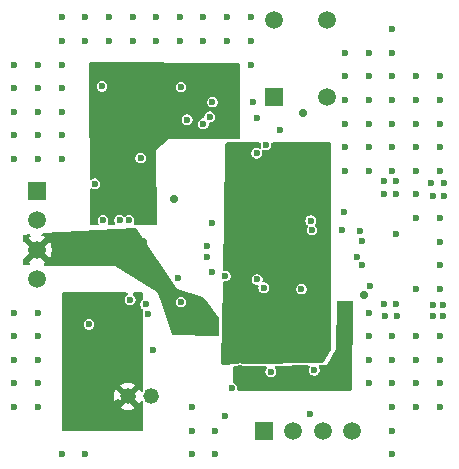
<source format=gbr>
%TF.GenerationSoftware,KiCad,Pcbnew,9.0.1*%
%TF.CreationDate,2025-04-28T02:05:13+08:00*%
%TF.ProjectId,Flight_Control,466c6967-6874-45f4-936f-6e74726f6c2e,rev?*%
%TF.SameCoordinates,Original*%
%TF.FileFunction,Copper,L3,Inr*%
%TF.FilePolarity,Positive*%
%FSLAX46Y46*%
G04 Gerber Fmt 4.6, Leading zero omitted, Abs format (unit mm)*
G04 Created by KiCad (PCBNEW 9.0.1) date 2025-04-28 02:05:13*
%MOMM*%
%LPD*%
G01*
G04 APERTURE LIST*
%TA.AperFunction,ComponentPad*%
%ADD10C,1.320800*%
%TD*%
%TA.AperFunction,ComponentPad*%
%ADD11R,1.498600X1.498600*%
%TD*%
%TA.AperFunction,ComponentPad*%
%ADD12C,1.498600*%
%TD*%
%TA.AperFunction,ComponentPad*%
%ADD13R,1.508000X1.508000*%
%TD*%
%TA.AperFunction,ComponentPad*%
%ADD14C,1.508000*%
%TD*%
%TA.AperFunction,ViaPad*%
%ADD15C,0.800000*%
%TD*%
%TA.AperFunction,ViaPad*%
%ADD16C,0.600000*%
%TD*%
%TA.AperFunction,ViaPad*%
%ADD17C,0.700000*%
%TD*%
G04 APERTURE END LIST*
D10*
%TO.N,GND*%
%TO.C,J3*%
X147600001Y-128100000D03*
%TO.N,+7.4V*%
X145600000Y-128100000D03*
%TD*%
D11*
%TO.N,+3.3V MCU*%
%TO.C,SW1*%
X157960599Y-102750001D03*
D12*
%TO.N,unconnected-(SW1-Pad2)*%
X157960599Y-96250000D03*
%TO.N,BOOT*%
X162460600Y-102750001D03*
%TO.N,Net-(C23-Pad1)*%
X162460600Y-96250000D03*
%TD*%
D13*
%TO.N,TX_Rad*%
%TO.C,J1*%
X137900000Y-110700000D03*
D14*
%TO.N,RX_Rad*%
X137900000Y-113200000D03*
%TO.N,+5V*%
X137900000Y-115700000D03*
%TO.N,GND*%
X137900000Y-118200000D03*
%TD*%
D13*
%TO.N,M1*%
%TO.C,J4*%
X157100000Y-131000000D03*
D14*
%TO.N,M2*%
X159600000Y-131000000D03*
%TO.N,M3*%
X162100000Y-131000000D03*
%TO.N,M4*%
X164600000Y-131000000D03*
%TD*%
D15*
%TO.N,+7.4V*%
X141979999Y-121100001D03*
D16*
%TO.N,GND*%
X152309785Y-116304309D03*
X171400000Y-121300000D03*
X172300000Y-121300000D03*
X172300000Y-120400000D03*
X171400000Y-120400000D03*
X167400000Y-121300000D03*
X168400000Y-121300000D03*
X168300000Y-120300000D03*
X167300000Y-120300000D03*
X171400000Y-111100000D03*
X172400000Y-111100000D03*
X172400000Y-110000000D03*
X171300000Y-110000000D03*
X168300000Y-111000000D03*
X167300000Y-111000000D03*
X168300000Y-109900000D03*
X167300000Y-109900000D03*
X153000000Y-131000000D03*
X151000000Y-129000000D03*
X151000000Y-131000000D03*
X156000000Y-100000000D03*
X156000000Y-98000000D03*
X156000000Y-96000000D03*
X154000000Y-98000000D03*
X154000000Y-96000000D03*
X152000000Y-96000000D03*
X152000000Y-98000000D03*
X150000000Y-98000000D03*
X150000000Y-96000000D03*
X148000000Y-96000000D03*
X148000000Y-98000000D03*
X146000000Y-98000000D03*
X146000000Y-96000000D03*
X144000000Y-96000000D03*
X144000000Y-98000000D03*
X142000000Y-98000000D03*
X142000000Y-96000000D03*
X140000000Y-96000000D03*
X140000000Y-98000000D03*
X136000000Y-100000000D03*
X138000000Y-100000000D03*
X140000000Y-100000000D03*
X140000000Y-102000000D03*
X138000000Y-102000000D03*
X136000000Y-102000000D03*
X136000000Y-104000000D03*
X138000000Y-104000000D03*
X140000000Y-104000000D03*
X140000000Y-106000000D03*
X140000000Y-108000000D03*
X138000000Y-108000000D03*
X138000000Y-106000000D03*
X136000000Y-106000000D03*
X136000000Y-108000000D03*
X138000000Y-121000000D03*
X136000000Y-121000000D03*
X136000000Y-123000000D03*
X138000000Y-123000000D03*
X138000000Y-125000000D03*
X136000000Y-125000000D03*
X136000000Y-127000000D03*
X138000000Y-127000000D03*
X138000000Y-129000000D03*
X136000000Y-129000000D03*
X168000000Y-97000000D03*
X168000000Y-99000000D03*
X166000000Y-99000000D03*
X164000000Y-99000000D03*
X164000000Y-101000000D03*
X166000000Y-101000000D03*
X168000000Y-101000000D03*
X170000000Y-101000000D03*
X172000000Y-101000000D03*
X172000000Y-103000000D03*
X170000000Y-103000000D03*
X168000000Y-103000000D03*
X166000000Y-103000000D03*
X164000000Y-103000000D03*
X164000000Y-105000000D03*
X166000000Y-105000000D03*
X168000000Y-105000000D03*
X170000000Y-105000000D03*
X172000000Y-105000000D03*
X172000000Y-107000000D03*
X170000000Y-107000000D03*
X168000000Y-107000000D03*
X166000000Y-107000000D03*
X164000000Y-107000000D03*
X164000000Y-109000000D03*
X166000000Y-109000000D03*
X168000000Y-109000000D03*
X172000000Y-109000000D03*
X170000000Y-109000000D03*
X170000000Y-111000000D03*
X170000000Y-113000000D03*
X172000000Y-113000000D03*
X172000000Y-117000000D03*
X172000000Y-115000000D03*
X170000000Y-119000000D03*
X172000000Y-119000000D03*
X166000000Y-121000000D03*
X166000000Y-123000000D03*
X168000000Y-123000000D03*
X170000000Y-123000000D03*
X172000000Y-123000000D03*
X172000000Y-125000000D03*
X170000000Y-125000000D03*
X168000000Y-125000000D03*
X166000000Y-125000000D03*
X166000000Y-127000000D03*
X168000000Y-127000000D03*
X170000000Y-127000000D03*
X172000000Y-127000000D03*
X172000000Y-129000000D03*
X170000000Y-129000000D03*
X168000000Y-129000000D03*
X168000000Y-131000000D03*
X168000000Y-133000000D03*
X153000000Y-133000000D03*
X151000000Y-133000000D03*
X142000000Y-133000000D03*
X140000000Y-133000000D03*
X157700000Y-126000000D03*
X166115762Y-118750000D03*
%TO.N,D-*%
X165000000Y-116300000D03*
%TO.N,GND*%
X150625735Y-104674265D03*
D17*
%TO.N,+3.3V MCU*%
X161440000Y-124900000D03*
D16*
%TO.N,GND*%
X161380000Y-125900000D03*
%TO.N,M2*%
X149818506Y-118048954D03*
%TO.N,M3*%
X153850000Y-117901472D03*
X156550000Y-118200000D03*
X160300000Y-119000000D03*
X161000000Y-129600000D03*
%TO.N,INTB*%
X157100000Y-118900000D03*
%TO.N,M1*%
X152700000Y-117600000D03*
X153800000Y-129800000D03*
D17*
%TO.N,+5V*%
X152000000Y-120600000D03*
D16*
%TO.N,+3.3V MCU A*%
X152701000Y-113400000D03*
%TO.N,GND*%
X168337502Y-114350000D03*
D17*
%TO.N,+3.3V P*%
X147400000Y-112990000D03*
%TO.N,+5V MCU*%
X155085880Y-125794880D03*
D16*
%TO.N,Net-(D1-K)*%
X147300000Y-121124266D03*
X145800000Y-119901397D03*
%TO.N,Net-(U5-PWRGD)*%
X147100000Y-120300000D03*
X150100000Y-120100000D03*
%TO.N,Net-(R5-Pad2)*%
X147700000Y-124200000D03*
%TO.N,Net-(U5-EN)*%
X142300000Y-122000000D03*
%TO.N,INTB*%
X156200000Y-103200000D03*
%TO.N,CSB*%
X156500000Y-104500000D03*
X158457353Y-105557353D03*
%TO.N,SCK*%
X152764816Y-103159545D03*
X157300000Y-106800000D03*
%TO.N,SDO*%
X156507353Y-107507353D03*
X151993711Y-105020244D03*
X143417299Y-101847598D03*
%TO.N,SDI*%
X152530541Y-104427102D03*
X150100000Y-101900000D03*
D17*
%TO.N,+3.3V P*%
X145772101Y-103702402D03*
X144500000Y-102822298D03*
D16*
%TO.N,GND*%
X142805309Y-110100000D03*
X146690000Y-107910000D03*
X145700000Y-113200000D03*
X144900000Y-113200000D03*
D17*
%TO.N,+3.3V MCU*%
X149500000Y-111350000D03*
X154100000Y-111800000D03*
X155373468Y-106873468D03*
X155373468Y-106873468D03*
X160400000Y-104100000D03*
D16*
%TO.N,INT_IMU*%
X152300000Y-115400000D03*
D17*
%TO.N,+3.3V P*%
X145400000Y-109820000D03*
D16*
%TO.N,TX_Rad*%
X161068480Y-113210883D03*
%TO.N,RX_Rad*%
X161200000Y-114000000D03*
X143500000Y-113200000D03*
D17*
%TO.N,+5V*%
X142700000Y-115700000D03*
X146900000Y-115000000D03*
D16*
%TO.N,ADC_BAT*%
X154400000Y-127400000D03*
D17*
%TO.N,+3.3V MCU*%
X159642908Y-124376678D03*
%TO.N,+5V MCU*%
X161800000Y-127000000D03*
%TO.N,+3.3V MCU*%
X155160000Y-124300000D03*
X153950051Y-121535213D03*
D15*
%TO.N,+7.4V*%
X144800000Y-128700000D03*
X141200000Y-128300000D03*
D17*
%TO.N,+3.3V P*%
X146000000Y-106500000D03*
X151717940Y-102702875D03*
X150900000Y-102800000D03*
X152200000Y-100900000D03*
D16*
%TO.N,D+*%
X165462265Y-114913735D03*
D17*
%TO.N,V_USB*%
X165600000Y-119500000D03*
D16*
%TO.N,USB_DM*%
X163700000Y-114000000D03*
%TO.N,USB_DP*%
X163900000Y-112500000D03*
%TO.N,Net-(J2-CC2)*%
X165236722Y-114080006D03*
%TO.N,Net-(J2-CC1)*%
X165400000Y-117000000D03*
%TD*%
%TA.AperFunction,Conductor*%
%TO.N,+7.4V*%
G36*
X145544916Y-119319685D02*
G01*
X145590671Y-119372489D01*
X145600615Y-119441647D01*
X145571590Y-119505203D01*
X145539879Y-119531386D01*
X145523390Y-119540906D01*
X145523384Y-119540910D01*
X145439513Y-119624781D01*
X145439511Y-119624784D01*
X145380201Y-119727511D01*
X145349500Y-119842088D01*
X145349500Y-119960706D01*
X145380201Y-120075283D01*
X145439511Y-120178010D01*
X145523387Y-120261886D01*
X145626114Y-120321196D01*
X145740691Y-120351897D01*
X145740694Y-120351897D01*
X145859306Y-120351897D01*
X145859309Y-120351897D01*
X145973886Y-120321196D01*
X146076613Y-120261886D01*
X146160489Y-120178010D01*
X146219799Y-120075283D01*
X146250500Y-119960706D01*
X146250500Y-119842088D01*
X146219799Y-119727511D01*
X146160489Y-119624784D01*
X146076613Y-119540908D01*
X146060121Y-119531386D01*
X146011906Y-119480818D01*
X145998685Y-119412211D01*
X146024654Y-119347347D01*
X146081569Y-119306819D01*
X146122123Y-119300000D01*
X146776000Y-119300000D01*
X146843039Y-119319685D01*
X146888794Y-119372489D01*
X146900000Y-119424000D01*
X146900000Y-119823687D01*
X146880315Y-119890726D01*
X146838002Y-119931072D01*
X146823387Y-119939511D01*
X146823384Y-119939513D01*
X146739513Y-120023384D01*
X146739511Y-120023387D01*
X146709549Y-120075283D01*
X146680201Y-120126114D01*
X146649500Y-120240691D01*
X146649500Y-120359309D01*
X146680201Y-120473886D01*
X146739511Y-120576613D01*
X146823387Y-120660489D01*
X146837997Y-120668924D01*
X146846280Y-120677610D01*
X146857203Y-120682599D01*
X146869947Y-120702429D01*
X146886213Y-120719487D01*
X146889429Y-120732745D01*
X146894977Y-120741377D01*
X146900000Y-120776312D01*
X146900000Y-120882861D01*
X146883389Y-120944857D01*
X146880201Y-120950380D01*
X146849500Y-121064957D01*
X146849500Y-121183575D01*
X146880201Y-121298152D01*
X146883386Y-121303669D01*
X146900000Y-121365669D01*
X146900000Y-127578894D01*
X146880315Y-127645933D01*
X146827511Y-127691688D01*
X146758353Y-127701632D01*
X146694797Y-127672607D01*
X146665515Y-127635189D01*
X146592462Y-127491817D01*
X146579531Y-127474020D01*
X146579531Y-127474019D01*
X146006400Y-128047151D01*
X146006400Y-128046496D01*
X145978705Y-127943135D01*
X145925201Y-127850464D01*
X145849536Y-127774799D01*
X145756865Y-127721295D01*
X145653504Y-127693600D01*
X145652847Y-127693600D01*
X146225978Y-127120467D01*
X146208178Y-127107535D01*
X146045443Y-127024616D01*
X145871728Y-126968172D01*
X145691330Y-126939600D01*
X145508670Y-126939600D01*
X145328271Y-126968172D01*
X145154556Y-127024616D01*
X144991813Y-127107539D01*
X144991808Y-127107543D01*
X144974020Y-127120465D01*
X144974020Y-127120468D01*
X145547154Y-127693600D01*
X145546496Y-127693600D01*
X145443135Y-127721295D01*
X145350464Y-127774799D01*
X145274799Y-127850464D01*
X145221295Y-127943135D01*
X145193600Y-128046496D01*
X145193600Y-128047152D01*
X144620468Y-127474020D01*
X144620465Y-127474020D01*
X144607543Y-127491808D01*
X144607539Y-127491813D01*
X144524616Y-127654556D01*
X144468172Y-127828271D01*
X144439600Y-128008669D01*
X144439600Y-128191330D01*
X144468172Y-128371728D01*
X144524616Y-128545443D01*
X144607535Y-128708178D01*
X144620467Y-128725978D01*
X145193600Y-128152845D01*
X145193600Y-128153504D01*
X145221295Y-128256865D01*
X145274799Y-128349536D01*
X145350464Y-128425201D01*
X145443135Y-128478705D01*
X145546496Y-128506400D01*
X145547153Y-128506400D01*
X144974019Y-129079531D01*
X144991817Y-129092462D01*
X145154556Y-129175383D01*
X145328271Y-129231827D01*
X145508670Y-129260400D01*
X145691330Y-129260400D01*
X145871728Y-129231827D01*
X146045443Y-129175383D01*
X146208178Y-129092465D01*
X146225979Y-129079531D01*
X145652848Y-128506400D01*
X145653504Y-128506400D01*
X145756865Y-128478705D01*
X145849536Y-128425201D01*
X145925201Y-128349536D01*
X145978705Y-128256865D01*
X146006400Y-128153504D01*
X146006400Y-128152847D01*
X146579531Y-128725978D01*
X146592465Y-128708178D01*
X146665515Y-128564810D01*
X146713490Y-128514014D01*
X146781310Y-128497219D01*
X146847445Y-128519756D01*
X146890897Y-128574471D01*
X146900000Y-128621105D01*
X146900000Y-130876000D01*
X146880315Y-130943039D01*
X146827511Y-130988794D01*
X146776000Y-131000000D01*
X140124000Y-131000000D01*
X140056961Y-130980315D01*
X140011206Y-130927511D01*
X140000000Y-130876000D01*
X140000000Y-121940691D01*
X141849500Y-121940691D01*
X141849500Y-122059309D01*
X141880201Y-122173886D01*
X141939511Y-122276613D01*
X142023387Y-122360489D01*
X142126114Y-122419799D01*
X142240691Y-122450500D01*
X142240694Y-122450500D01*
X142359306Y-122450500D01*
X142359309Y-122450500D01*
X142473886Y-122419799D01*
X142576613Y-122360489D01*
X142660489Y-122276613D01*
X142719799Y-122173886D01*
X142750500Y-122059309D01*
X142750500Y-121940691D01*
X142719799Y-121826114D01*
X142660489Y-121723387D01*
X142576613Y-121639511D01*
X142473886Y-121580201D01*
X142359309Y-121549500D01*
X142240691Y-121549500D01*
X142126114Y-121580201D01*
X142126112Y-121580201D01*
X142126112Y-121580202D01*
X142023387Y-121639511D01*
X142023384Y-121639513D01*
X141939513Y-121723384D01*
X141939511Y-121723387D01*
X141880201Y-121826114D01*
X141849500Y-121940691D01*
X140000000Y-121940691D01*
X140000000Y-119424000D01*
X140019685Y-119356961D01*
X140072489Y-119311206D01*
X140124000Y-119300000D01*
X145477877Y-119300000D01*
X145544916Y-119319685D01*
G37*
%TD.AperFunction*%
%TD*%
%TA.AperFunction,Conductor*%
%TO.N,+5V*%
G36*
X146269093Y-113815358D02*
G01*
X146311630Y-113854452D01*
X149794297Y-119028699D01*
X151960037Y-119687837D01*
X152018441Y-119726188D01*
X152024457Y-119733864D01*
X152089113Y-119823387D01*
X153276524Y-121467495D01*
X153299817Y-121533367D01*
X153300000Y-121540095D01*
X153300000Y-122872780D01*
X153280315Y-122939819D01*
X153227511Y-122985574D01*
X153172822Y-122996739D01*
X149484680Y-122902171D01*
X149418167Y-122880775D01*
X149373780Y-122826815D01*
X149371235Y-122820345D01*
X148367472Y-120040691D01*
X149649500Y-120040691D01*
X149649500Y-120159309D01*
X149680201Y-120273886D01*
X149739511Y-120376613D01*
X149823387Y-120460489D01*
X149926114Y-120519799D01*
X150040691Y-120550500D01*
X150040694Y-120550500D01*
X150159306Y-120550500D01*
X150159309Y-120550500D01*
X150273886Y-120519799D01*
X150376613Y-120460489D01*
X150460489Y-120376613D01*
X150519799Y-120273886D01*
X150550500Y-120159309D01*
X150550500Y-120040691D01*
X150519799Y-119926114D01*
X150460489Y-119823387D01*
X150376613Y-119739511D01*
X150273886Y-119680201D01*
X150159309Y-119649500D01*
X150040691Y-119649500D01*
X149926114Y-119680201D01*
X149926112Y-119680201D01*
X149926112Y-119680202D01*
X149823387Y-119739511D01*
X149823384Y-119739513D01*
X149739513Y-119823384D01*
X149739511Y-119823387D01*
X149724435Y-119849500D01*
X149680201Y-119926114D01*
X149649500Y-120040691D01*
X148367472Y-120040691D01*
X148100000Y-119300000D01*
X144500000Y-117100000D01*
X144499999Y-117099999D01*
X144499998Y-117099999D01*
X138578403Y-117024082D01*
X138511622Y-117003539D01*
X138466548Y-116950153D01*
X138457491Y-116880873D01*
X138487329Y-116817695D01*
X138523699Y-116789607D01*
X138557237Y-116772518D01*
X138557240Y-116772516D01*
X138592988Y-116746543D01*
X138592988Y-116746541D01*
X138029410Y-116182962D01*
X138092993Y-116165925D01*
X138207007Y-116100099D01*
X138300099Y-116007007D01*
X138365925Y-115892993D01*
X138382962Y-115829409D01*
X138946541Y-116392988D01*
X138946543Y-116392988D01*
X138972516Y-116357241D01*
X139062126Y-116181373D01*
X139123123Y-115993646D01*
X139154000Y-115798697D01*
X139154000Y-115601302D01*
X139123123Y-115406353D01*
X139062126Y-115218626D01*
X138972520Y-115042768D01*
X138972512Y-115042755D01*
X138946542Y-115007010D01*
X138946541Y-115007009D01*
X138382962Y-115570589D01*
X138365925Y-115507007D01*
X138300099Y-115392993D01*
X138207007Y-115299901D01*
X138092993Y-115234075D01*
X138029409Y-115217037D01*
X138592989Y-114653457D01*
X138557239Y-114627483D01*
X138381370Y-114537872D01*
X138370268Y-114534265D01*
X138312594Y-114494827D01*
X138285397Y-114430467D01*
X138297313Y-114361621D01*
X138344558Y-114310146D01*
X138400770Y-114292582D01*
X146200948Y-113799939D01*
X146269093Y-113815358D01*
G37*
%TD.AperFunction*%
%TA.AperFunction,Conductor*%
G36*
X137434075Y-115892993D02*
G01*
X137499901Y-116007007D01*
X137592993Y-116100099D01*
X137707007Y-116165925D01*
X137770590Y-116182962D01*
X137207009Y-116746541D01*
X137207010Y-116746542D01*
X137242755Y-116772512D01*
X137246923Y-116775067D01*
X137246123Y-116776371D01*
X137291995Y-116819696D01*
X137308790Y-116887518D01*
X137286252Y-116953652D01*
X137231537Y-116997103D01*
X137183314Y-117006196D01*
X136822410Y-117001569D01*
X136755629Y-116981026D01*
X136710555Y-116927640D01*
X136700000Y-116877579D01*
X136700000Y-116515054D01*
X136719685Y-116448015D01*
X136772489Y-116402260D01*
X136833729Y-116391436D01*
X136853458Y-116392988D01*
X137417037Y-115829409D01*
X137434075Y-115892993D01*
G37*
%TD.AperFunction*%
%TA.AperFunction,Conductor*%
G36*
X137299389Y-114381866D02*
G01*
X137348381Y-114431681D01*
X137362664Y-114500075D01*
X137337703Y-114565334D01*
X137295355Y-114600684D01*
X137242762Y-114627482D01*
X137242760Y-114627483D01*
X137207010Y-114653456D01*
X137207010Y-114653457D01*
X137770591Y-115217037D01*
X137707007Y-115234075D01*
X137592993Y-115299901D01*
X137499901Y-115392993D01*
X137434075Y-115507007D01*
X137417037Y-115570590D01*
X136853457Y-115007010D01*
X136833729Y-115008563D01*
X136765352Y-114994199D01*
X136715595Y-114945148D01*
X136700000Y-114884945D01*
X136700000Y-114516415D01*
X136719685Y-114449376D01*
X136772489Y-114403621D01*
X136816183Y-114392662D01*
X137231244Y-114366447D01*
X137299389Y-114381866D01*
G37*
%TD.AperFunction*%
%TD*%
%TA.AperFunction,Conductor*%
%TO.N,+5V MCU*%
G36*
X164629960Y-120019685D02*
G01*
X164675715Y-120072489D01*
X164686913Y-120125442D01*
X164601425Y-127477442D01*
X164580962Y-127544248D01*
X164527630Y-127589386D01*
X164477433Y-127600000D01*
X154973372Y-127600000D01*
X154906333Y-127580315D01*
X154860578Y-127527511D01*
X154851577Y-127467436D01*
X154850500Y-127467436D01*
X154850500Y-127460247D01*
X154850434Y-127459807D01*
X154850498Y-127459312D01*
X154850500Y-127459309D01*
X154850500Y-127340691D01*
X154819799Y-127226114D01*
X154760489Y-127123387D01*
X154676613Y-127039511D01*
X154573886Y-126980201D01*
X154573885Y-126980200D01*
X154566847Y-126976137D01*
X154567891Y-126974327D01*
X154522145Y-126937464D01*
X154500079Y-126871170D01*
X154500000Y-126866742D01*
X154500000Y-125666447D01*
X154519685Y-125599408D01*
X154572489Y-125553653D01*
X154622553Y-125542455D01*
X154764268Y-125540808D01*
X154764274Y-125540807D01*
X154764279Y-125540807D01*
X154803566Y-125535286D01*
X154803568Y-125535285D01*
X154803579Y-125535284D01*
X154864136Y-125518680D01*
X154900766Y-125503382D01*
X154938572Y-125481554D01*
X154968477Y-125469167D01*
X155024692Y-125454104D01*
X155056784Y-125449880D01*
X155114974Y-125449880D01*
X155147062Y-125454103D01*
X155203283Y-125469167D01*
X155233182Y-125481552D01*
X155258164Y-125495976D01*
X155296542Y-125511742D01*
X155359983Y-125528346D01*
X155401163Y-125533402D01*
X157250201Y-125511901D01*
X157317464Y-125530805D01*
X157363830Y-125583074D01*
X157374577Y-125652112D01*
X157346293Y-125716001D01*
X157339591Y-125723282D01*
X157339511Y-125723387D01*
X157280201Y-125826114D01*
X157249500Y-125940691D01*
X157249500Y-126059309D01*
X157280201Y-126173886D01*
X157339511Y-126276613D01*
X157423387Y-126360489D01*
X157526114Y-126419799D01*
X157640691Y-126450500D01*
X157640694Y-126450500D01*
X157759306Y-126450500D01*
X157759309Y-126450500D01*
X157873886Y-126419799D01*
X157976613Y-126360489D01*
X158060489Y-126276613D01*
X158119799Y-126173886D01*
X158150500Y-126059309D01*
X158150500Y-125940691D01*
X158119799Y-125826114D01*
X158060489Y-125723387D01*
X158050369Y-125713267D01*
X158016884Y-125651944D01*
X158021868Y-125582252D01*
X158063740Y-125526319D01*
X158129204Y-125501902D01*
X158136590Y-125501594D01*
X160892116Y-125469553D01*
X160959378Y-125488457D01*
X161005744Y-125540726D01*
X161016491Y-125609764D01*
X161000943Y-125655545D01*
X160960202Y-125726109D01*
X160960201Y-125726114D01*
X160929500Y-125840691D01*
X160929500Y-125959309D01*
X160960201Y-126073886D01*
X161019511Y-126176613D01*
X161103387Y-126260489D01*
X161206114Y-126319799D01*
X161320691Y-126350500D01*
X161320694Y-126350500D01*
X161439306Y-126350500D01*
X161439309Y-126350500D01*
X161553886Y-126319799D01*
X161656613Y-126260489D01*
X161740489Y-126176613D01*
X161799799Y-126073886D01*
X161830500Y-125959309D01*
X161830500Y-125840691D01*
X161799799Y-125726114D01*
X161752567Y-125644307D01*
X161736095Y-125576409D01*
X161758947Y-125510382D01*
X161813868Y-125467191D01*
X161858510Y-125458316D01*
X162031546Y-125456305D01*
X162066939Y-125451800D01*
X162121823Y-125438277D01*
X162164239Y-125415140D01*
X162223617Y-125400000D01*
X162420001Y-125400000D01*
X162420000Y-125399999D01*
X163200000Y-124100000D01*
X163278009Y-120121568D01*
X163299004Y-120054928D01*
X163352695Y-120010217D01*
X163401985Y-120000000D01*
X164562921Y-120000000D01*
X164629960Y-120019685D01*
G37*
%TD.AperFunction*%
%TD*%
%TA.AperFunction,Conductor*%
%TO.N,+3.3V P*%
G36*
X154976971Y-99899038D02*
G01*
X155043852Y-99919245D01*
X155089193Y-99972405D01*
X155100000Y-100023034D01*
X155100000Y-106176000D01*
X155080315Y-106243039D01*
X155027511Y-106288794D01*
X154976000Y-106300000D01*
X149099999Y-106300000D01*
X147999999Y-107200000D01*
X148098032Y-113474063D01*
X148079397Y-113541402D01*
X148027314Y-113587976D01*
X147974047Y-113600000D01*
X146204026Y-113600000D01*
X146136987Y-113580315D01*
X146091232Y-113527511D01*
X146081288Y-113458353D01*
X146096640Y-113413999D01*
X146119796Y-113373891D01*
X146119797Y-113373890D01*
X146119797Y-113373888D01*
X146119799Y-113373886D01*
X146150500Y-113259309D01*
X146150500Y-113140691D01*
X146119799Y-113026114D01*
X146060489Y-112923387D01*
X145976613Y-112839511D01*
X145873886Y-112780201D01*
X145759309Y-112749500D01*
X145640691Y-112749500D01*
X145526114Y-112780201D01*
X145526112Y-112780201D01*
X145526112Y-112780202D01*
X145423387Y-112839511D01*
X145423384Y-112839513D01*
X145387681Y-112875217D01*
X145326358Y-112908702D01*
X145256666Y-112903718D01*
X145212319Y-112875217D01*
X145176615Y-112839513D01*
X145176613Y-112839511D01*
X145073886Y-112780201D01*
X144959309Y-112749500D01*
X144840691Y-112749500D01*
X144726114Y-112780201D01*
X144726112Y-112780201D01*
X144726112Y-112780202D01*
X144623387Y-112839511D01*
X144623384Y-112839513D01*
X144539513Y-112923384D01*
X144539511Y-112923387D01*
X144524435Y-112949500D01*
X144480201Y-113026114D01*
X144449500Y-113140691D01*
X144449500Y-113259309D01*
X144477684Y-113364494D01*
X144480202Y-113373890D01*
X144480203Y-113373891D01*
X144503360Y-113413999D01*
X144519834Y-113481899D01*
X144496982Y-113547926D01*
X144442062Y-113591117D01*
X144395974Y-113600000D01*
X144004026Y-113600000D01*
X143936987Y-113580315D01*
X143891232Y-113527511D01*
X143881288Y-113458353D01*
X143896640Y-113413999D01*
X143919796Y-113373891D01*
X143919797Y-113373890D01*
X143919797Y-113373888D01*
X143919799Y-113373886D01*
X143950500Y-113259309D01*
X143950500Y-113140691D01*
X143919799Y-113026114D01*
X143860489Y-112923387D01*
X143776613Y-112839511D01*
X143673886Y-112780201D01*
X143559309Y-112749500D01*
X143440691Y-112749500D01*
X143326114Y-112780201D01*
X143326112Y-112780201D01*
X143326112Y-112780202D01*
X143223387Y-112839511D01*
X143223384Y-112839513D01*
X143139513Y-112923384D01*
X143139511Y-112923387D01*
X143124435Y-112949500D01*
X143080201Y-113026114D01*
X143049500Y-113140691D01*
X143049500Y-113259309D01*
X143077684Y-113364494D01*
X143080202Y-113373890D01*
X143080203Y-113373891D01*
X143103360Y-113413999D01*
X143119834Y-113481899D01*
X143096982Y-113547926D01*
X143042062Y-113591117D01*
X142995974Y-113600000D01*
X142523105Y-113600000D01*
X142456066Y-113580315D01*
X142410311Y-113527511D01*
X142399108Y-113476899D01*
X142395097Y-112923384D01*
X142378183Y-110589257D01*
X142397380Y-110522080D01*
X142449852Y-110475944D01*
X142518936Y-110465499D01*
X142564180Y-110480976D01*
X142631417Y-110519796D01*
X142631418Y-110519797D01*
X142631420Y-110519797D01*
X142631423Y-110519799D01*
X142746000Y-110550500D01*
X142746003Y-110550500D01*
X142864615Y-110550500D01*
X142864618Y-110550500D01*
X142979195Y-110519799D01*
X143081922Y-110460489D01*
X143165798Y-110376613D01*
X143225108Y-110273886D01*
X143255809Y-110159309D01*
X143255809Y-110040691D01*
X143225108Y-109926114D01*
X143165798Y-109823387D01*
X143081922Y-109739511D01*
X142979195Y-109680201D01*
X142864618Y-109649500D01*
X142746000Y-109649500D01*
X142640814Y-109677684D01*
X142631419Y-109680202D01*
X142557131Y-109723093D01*
X142489231Y-109739566D01*
X142423204Y-109716713D01*
X142380013Y-109661792D01*
X142371134Y-109616609D01*
X142358338Y-107850691D01*
X146239500Y-107850691D01*
X146239500Y-107969309D01*
X146270201Y-108083886D01*
X146329511Y-108186613D01*
X146413387Y-108270489D01*
X146516114Y-108329799D01*
X146630691Y-108360500D01*
X146630694Y-108360500D01*
X146749306Y-108360500D01*
X146749309Y-108360500D01*
X146863886Y-108329799D01*
X146966613Y-108270489D01*
X147050489Y-108186613D01*
X147109799Y-108083886D01*
X147140500Y-107969309D01*
X147140500Y-107850691D01*
X147109799Y-107736114D01*
X147050489Y-107633387D01*
X146966613Y-107549511D01*
X146863886Y-107490201D01*
X146749309Y-107459500D01*
X146630691Y-107459500D01*
X146516114Y-107490201D01*
X146516112Y-107490201D01*
X146516112Y-107490202D01*
X146413387Y-107549511D01*
X146413384Y-107549513D01*
X146329513Y-107633384D01*
X146329511Y-107633387D01*
X146270201Y-107736114D01*
X146239500Y-107850691D01*
X142358338Y-107850691D01*
X142334891Y-104614956D01*
X150175235Y-104614956D01*
X150175235Y-104733574D01*
X150205936Y-104848151D01*
X150265246Y-104950878D01*
X150349122Y-105034754D01*
X150451849Y-105094064D01*
X150566426Y-105124765D01*
X150566429Y-105124765D01*
X150685041Y-105124765D01*
X150685044Y-105124765D01*
X150799621Y-105094064D01*
X150902348Y-105034754D01*
X150976167Y-104960935D01*
X151543211Y-104960935D01*
X151543211Y-105079553D01*
X151573912Y-105194130D01*
X151633222Y-105296857D01*
X151717098Y-105380733D01*
X151819825Y-105440043D01*
X151934402Y-105470744D01*
X151934405Y-105470744D01*
X152053017Y-105470744D01*
X152053020Y-105470744D01*
X152167597Y-105440043D01*
X152270324Y-105380733D01*
X152354200Y-105296857D01*
X152413510Y-105194130D01*
X152444211Y-105079553D01*
X152444211Y-105001602D01*
X152463896Y-104934563D01*
X152516700Y-104888808D01*
X152568211Y-104877602D01*
X152589847Y-104877602D01*
X152589850Y-104877602D01*
X152704427Y-104846901D01*
X152807154Y-104787591D01*
X152891030Y-104703715D01*
X152950340Y-104600988D01*
X152981041Y-104486411D01*
X152981041Y-104367793D01*
X152950340Y-104253216D01*
X152891030Y-104150489D01*
X152807154Y-104066613D01*
X152704427Y-104007303D01*
X152589850Y-103976602D01*
X152471232Y-103976602D01*
X152356655Y-104007303D01*
X152356653Y-104007303D01*
X152356653Y-104007304D01*
X152253928Y-104066613D01*
X152253925Y-104066615D01*
X152170054Y-104150486D01*
X152170052Y-104150489D01*
X152110742Y-104253216D01*
X152080041Y-104367793D01*
X152080041Y-104367795D01*
X152080041Y-104445744D01*
X152060356Y-104512783D01*
X152007552Y-104558538D01*
X151956041Y-104569744D01*
X151934402Y-104569744D01*
X151819825Y-104600445D01*
X151819823Y-104600445D01*
X151819823Y-104600446D01*
X151717098Y-104659755D01*
X151717095Y-104659757D01*
X151633224Y-104743628D01*
X151633222Y-104743631D01*
X151573912Y-104846358D01*
X151543211Y-104960935D01*
X150976167Y-104960935D01*
X150986224Y-104950878D01*
X151045534Y-104848151D01*
X151076235Y-104733574D01*
X151076235Y-104614956D01*
X151045534Y-104500379D01*
X150986224Y-104397652D01*
X150902348Y-104313776D01*
X150799621Y-104254466D01*
X150685044Y-104223765D01*
X150566426Y-104223765D01*
X150451849Y-104254466D01*
X150451847Y-104254466D01*
X150451847Y-104254467D01*
X150349122Y-104313776D01*
X150349119Y-104313778D01*
X150265248Y-104397649D01*
X150265246Y-104397652D01*
X150214001Y-104486411D01*
X150205936Y-104500379D01*
X150175235Y-104614956D01*
X142334891Y-104614956D01*
X142323915Y-103100236D01*
X152314316Y-103100236D01*
X152314316Y-103218854D01*
X152345017Y-103333431D01*
X152404327Y-103436158D01*
X152488203Y-103520034D01*
X152590930Y-103579344D01*
X152705507Y-103610045D01*
X152705510Y-103610045D01*
X152824122Y-103610045D01*
X152824125Y-103610045D01*
X152938702Y-103579344D01*
X153041429Y-103520034D01*
X153125305Y-103436158D01*
X153184615Y-103333431D01*
X153215316Y-103218854D01*
X153215316Y-103100236D01*
X153184615Y-102985659D01*
X153125305Y-102882932D01*
X153041429Y-102799056D01*
X152938702Y-102739746D01*
X152824125Y-102709045D01*
X152705507Y-102709045D01*
X152590930Y-102739746D01*
X152590928Y-102739746D01*
X152590928Y-102739747D01*
X152488203Y-102799056D01*
X152488200Y-102799058D01*
X152404329Y-102882929D01*
X152404327Y-102882932D01*
X152345017Y-102985659D01*
X152314316Y-103100236D01*
X142323915Y-103100236D01*
X142314408Y-101788289D01*
X142966799Y-101788289D01*
X142966799Y-101906907D01*
X142997500Y-102021484D01*
X143056810Y-102124211D01*
X143140686Y-102208087D01*
X143243413Y-102267397D01*
X143357990Y-102298098D01*
X143357993Y-102298098D01*
X143476605Y-102298098D01*
X143476608Y-102298098D01*
X143591185Y-102267397D01*
X143693912Y-102208087D01*
X143777788Y-102124211D01*
X143837098Y-102021484D01*
X143867799Y-101906907D01*
X143867799Y-101840691D01*
X149649500Y-101840691D01*
X149649500Y-101959309D01*
X149680201Y-102073886D01*
X149739511Y-102176613D01*
X149823387Y-102260489D01*
X149926114Y-102319799D01*
X150040691Y-102350500D01*
X150040694Y-102350500D01*
X150159306Y-102350500D01*
X150159309Y-102350500D01*
X150273886Y-102319799D01*
X150376613Y-102260489D01*
X150460489Y-102176613D01*
X150519799Y-102073886D01*
X150550500Y-101959309D01*
X150550500Y-101840691D01*
X150519799Y-101726114D01*
X150460489Y-101623387D01*
X150376613Y-101539511D01*
X150273886Y-101480201D01*
X150159309Y-101449500D01*
X150040691Y-101449500D01*
X149926114Y-101480201D01*
X149926112Y-101480201D01*
X149926112Y-101480202D01*
X149823387Y-101539511D01*
X149823384Y-101539513D01*
X149739513Y-101623384D01*
X149739511Y-101623387D01*
X149680201Y-101726114D01*
X149649500Y-101840691D01*
X143867799Y-101840691D01*
X143867799Y-101788289D01*
X143837098Y-101673712D01*
X143777788Y-101570985D01*
X143693912Y-101487109D01*
X143591185Y-101427799D01*
X143476608Y-101397098D01*
X143357990Y-101397098D01*
X143243413Y-101427799D01*
X143243411Y-101427799D01*
X143243411Y-101427800D01*
X143140686Y-101487109D01*
X143140683Y-101487111D01*
X143056812Y-101570982D01*
X143056810Y-101570985D01*
X142997500Y-101673712D01*
X142966799Y-101788289D01*
X142314408Y-101788289D01*
X142300912Y-99925877D01*
X142320111Y-99858697D01*
X142372582Y-99812561D01*
X142425876Y-99800983D01*
X154976971Y-99899038D01*
G37*
%TD.AperFunction*%
%TD*%
%TA.AperFunction,Conductor*%
%TO.N,+3.3V MCU*%
G36*
X156793667Y-106619685D02*
G01*
X156839422Y-106672489D01*
X156848423Y-106732564D01*
X156849500Y-106732564D01*
X156849500Y-106739752D01*
X156849566Y-106740193D01*
X156849500Y-106740694D01*
X156849500Y-106859308D01*
X156875164Y-106955088D01*
X156873501Y-107024938D01*
X156834338Y-107082800D01*
X156770110Y-107110304D01*
X156701208Y-107098717D01*
X156693390Y-107094569D01*
X156681241Y-107087555D01*
X156681240Y-107087554D01*
X156681239Y-107087554D01*
X156566662Y-107056853D01*
X156448044Y-107056853D01*
X156333467Y-107087554D01*
X156333465Y-107087554D01*
X156333465Y-107087555D01*
X156230740Y-107146864D01*
X156230737Y-107146866D01*
X156146866Y-107230737D01*
X156146864Y-107230740D01*
X156087554Y-107333467D01*
X156056853Y-107448044D01*
X156056853Y-107566662D01*
X156087554Y-107681239D01*
X156146864Y-107783966D01*
X156230740Y-107867842D01*
X156333467Y-107927152D01*
X156448044Y-107957853D01*
X156448047Y-107957853D01*
X156566659Y-107957853D01*
X156566662Y-107957853D01*
X156681239Y-107927152D01*
X156783966Y-107867842D01*
X156867842Y-107783966D01*
X156927152Y-107681239D01*
X156957853Y-107566662D01*
X156957853Y-107448044D01*
X156932188Y-107352261D01*
X156933851Y-107282415D01*
X156973013Y-107224552D01*
X157037241Y-107197048D01*
X157106144Y-107208634D01*
X157113961Y-107212782D01*
X157126114Y-107219799D01*
X157240691Y-107250500D01*
X157240694Y-107250500D01*
X157359306Y-107250500D01*
X157359309Y-107250500D01*
X157473886Y-107219799D01*
X157576613Y-107160489D01*
X157660489Y-107076613D01*
X157719799Y-106973886D01*
X157750500Y-106859309D01*
X157750500Y-106740691D01*
X157750499Y-106740688D01*
X157750434Y-106740193D01*
X157750500Y-106739769D01*
X157750500Y-106732564D01*
X157751623Y-106732564D01*
X157761195Y-106671157D01*
X157807572Y-106618898D01*
X157873372Y-106600000D01*
X162676000Y-106600000D01*
X162743039Y-106619685D01*
X162788794Y-106672489D01*
X162800000Y-106724000D01*
X162800000Y-124066476D01*
X162783109Y-124128956D01*
X162135405Y-125239304D01*
X162084622Y-125287293D01*
X162029738Y-125300816D01*
X155399355Y-125377913D01*
X155335914Y-125361309D01*
X155279066Y-125328488D01*
X155274789Y-125327342D01*
X155151772Y-125294380D01*
X155019988Y-125294380D01*
X154892694Y-125328488D01*
X154892693Y-125328488D01*
X154823017Y-125368715D01*
X154762460Y-125385319D01*
X153627787Y-125398514D01*
X153560523Y-125379610D01*
X153514157Y-125327342D01*
X153502366Y-125272226D01*
X153502976Y-125239304D01*
X153628374Y-118467772D01*
X153649296Y-118401114D01*
X153702938Y-118356344D01*
X153772269Y-118347683D01*
X153784437Y-118350296D01*
X153790691Y-118351972D01*
X153790693Y-118351972D01*
X153909306Y-118351972D01*
X153909309Y-118351972D01*
X154023886Y-118321271D01*
X154126613Y-118261961D01*
X154210489Y-118178085D01*
X154232079Y-118140691D01*
X156099500Y-118140691D01*
X156099500Y-118259309D01*
X156130201Y-118373886D01*
X156189511Y-118476613D01*
X156273387Y-118560489D01*
X156376114Y-118619799D01*
X156490691Y-118650500D01*
X156490694Y-118650500D01*
X156538862Y-118650500D01*
X156605901Y-118670185D01*
X156651656Y-118722989D01*
X156661600Y-118792147D01*
X156658639Y-118806583D01*
X156649500Y-118840691D01*
X156649500Y-118959309D01*
X156680201Y-119073886D01*
X156739511Y-119176613D01*
X156823387Y-119260489D01*
X156926114Y-119319799D01*
X157040691Y-119350500D01*
X157040694Y-119350500D01*
X157159306Y-119350500D01*
X157159309Y-119350500D01*
X157273886Y-119319799D01*
X157376613Y-119260489D01*
X157460489Y-119176613D01*
X157519799Y-119073886D01*
X157550500Y-118959309D01*
X157550500Y-118940691D01*
X159849500Y-118940691D01*
X159849500Y-119059309D01*
X159880201Y-119173886D01*
X159939511Y-119276613D01*
X160023387Y-119360489D01*
X160126114Y-119419799D01*
X160240691Y-119450500D01*
X160240694Y-119450500D01*
X160359306Y-119450500D01*
X160359309Y-119450500D01*
X160473886Y-119419799D01*
X160576613Y-119360489D01*
X160660489Y-119276613D01*
X160719799Y-119173886D01*
X160750500Y-119059309D01*
X160750500Y-118940691D01*
X160719799Y-118826114D01*
X160660489Y-118723387D01*
X160576613Y-118639511D01*
X160473886Y-118580201D01*
X160359309Y-118549500D01*
X160240691Y-118549500D01*
X160126114Y-118580201D01*
X160126112Y-118580201D01*
X160126112Y-118580202D01*
X160023387Y-118639511D01*
X160023384Y-118639513D01*
X159939513Y-118723384D01*
X159939511Y-118723387D01*
X159880201Y-118826114D01*
X159849500Y-118940691D01*
X157550500Y-118940691D01*
X157550500Y-118840691D01*
X157519799Y-118726114D01*
X157460489Y-118623387D01*
X157376613Y-118539511D01*
X157273886Y-118480201D01*
X157159309Y-118449500D01*
X157111138Y-118449500D01*
X157044099Y-118429815D01*
X156998344Y-118377011D01*
X156988400Y-118307853D01*
X156991360Y-118293416D01*
X157000500Y-118259309D01*
X157000500Y-118140691D01*
X156969799Y-118026114D01*
X156910489Y-117923387D01*
X156826613Y-117839511D01*
X156723886Y-117780201D01*
X156609309Y-117749500D01*
X156490691Y-117749500D01*
X156376114Y-117780201D01*
X156376112Y-117780201D01*
X156376112Y-117780202D01*
X156273387Y-117839511D01*
X156273384Y-117839513D01*
X156189513Y-117923384D01*
X156189511Y-117923387D01*
X156130201Y-118026114D01*
X156099500Y-118140691D01*
X154232079Y-118140691D01*
X154269799Y-118075358D01*
X154300500Y-117960781D01*
X154300500Y-117842163D01*
X154269799Y-117727586D01*
X154210489Y-117624859D01*
X154126613Y-117540983D01*
X154023886Y-117481673D01*
X153909309Y-117450972D01*
X153790691Y-117450972D01*
X153790690Y-117450972D01*
X153789679Y-117451105D01*
X153788826Y-117450972D01*
X153782564Y-117450972D01*
X153782564Y-117449995D01*
X153720644Y-117440336D01*
X153668390Y-117393953D01*
X153649508Y-117326684D01*
X153649516Y-117326101D01*
X153726822Y-113151574D01*
X160617980Y-113151574D01*
X160617980Y-113270192D01*
X160648681Y-113384769D01*
X160707991Y-113487496D01*
X160791867Y-113571372D01*
X160791870Y-113571374D01*
X160798316Y-113576320D01*
X160796375Y-113578848D01*
X160834252Y-113618572D01*
X160847476Y-113687179D01*
X160831424Y-113737393D01*
X160780202Y-113826110D01*
X160780201Y-113826114D01*
X160749500Y-113940691D01*
X160749500Y-114059309D01*
X160780201Y-114173886D01*
X160839511Y-114276613D01*
X160923387Y-114360489D01*
X161026114Y-114419799D01*
X161140691Y-114450500D01*
X161140694Y-114450500D01*
X161259306Y-114450500D01*
X161259309Y-114450500D01*
X161373886Y-114419799D01*
X161476613Y-114360489D01*
X161560489Y-114276613D01*
X161619799Y-114173886D01*
X161650500Y-114059309D01*
X161650500Y-113940691D01*
X161619799Y-113826114D01*
X161560489Y-113723387D01*
X161476613Y-113639511D01*
X161476610Y-113639509D01*
X161470164Y-113634563D01*
X161472101Y-113632038D01*
X161434212Y-113592281D01*
X161421006Y-113523671D01*
X161437054Y-113473491D01*
X161488279Y-113384769D01*
X161518980Y-113270192D01*
X161518980Y-113151574D01*
X161488279Y-113036997D01*
X161428969Y-112934270D01*
X161345093Y-112850394D01*
X161242366Y-112791084D01*
X161127789Y-112760383D01*
X161009171Y-112760383D01*
X160894594Y-112791084D01*
X160894592Y-112791084D01*
X160894592Y-112791085D01*
X160791867Y-112850394D01*
X160791864Y-112850396D01*
X160707993Y-112934267D01*
X160707991Y-112934270D01*
X160648681Y-113036997D01*
X160617980Y-113151574D01*
X153726822Y-113151574D01*
X153845894Y-106721703D01*
X153866817Y-106655041D01*
X153920459Y-106610271D01*
X153969873Y-106600000D01*
X156726628Y-106600000D01*
X156793667Y-106619685D01*
G37*
%TD.AperFunction*%
%TD*%
M02*

</source>
